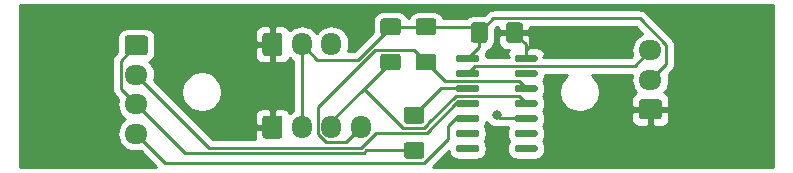
<source format=gbr>
%TF.GenerationSoftware,KiCad,Pcbnew,(5.1.6)-1*%
%TF.CreationDate,2020-08-23T19:38:50+02:00*%
%TF.ProjectId,opto-counter,6f70746f-2d63-46f7-956e-7465722e6b69,rev?*%
%TF.SameCoordinates,Original*%
%TF.FileFunction,Copper,L1,Top*%
%TF.FilePolarity,Positive*%
%FSLAX46Y46*%
G04 Gerber Fmt 4.6, Leading zero omitted, Abs format (unit mm)*
G04 Created by KiCad (PCBNEW (5.1.6)-1) date 2020-08-23 19:38:50*
%MOMM*%
%LPD*%
G01*
G04 APERTURE LIST*
%TA.AperFunction,ComponentPad*%
%ADD10O,1.950000X1.700000*%
%TD*%
%TA.AperFunction,ComponentPad*%
%ADD11O,1.700000X1.950000*%
%TD*%
%TA.AperFunction,ViaPad*%
%ADD12C,0.800000*%
%TD*%
%TA.AperFunction,Conductor*%
%ADD13C,0.250000*%
%TD*%
%TA.AperFunction,Conductor*%
%ADD14C,0.254000*%
%TD*%
G04 APERTURE END LIST*
%TO.P,C1,1*%
%TO.N,+3V3*%
%TA.AperFunction,SMDPad,CuDef*%
G36*
G01*
X77800000Y-29625000D02*
X77800000Y-28375000D01*
G75*
G02*
X78050000Y-28125000I250000J0D01*
G01*
X78975000Y-28125000D01*
G75*
G02*
X79225000Y-28375000I0J-250000D01*
G01*
X79225000Y-29625000D01*
G75*
G02*
X78975000Y-29875000I-250000J0D01*
G01*
X78050000Y-29875000D01*
G75*
G02*
X77800000Y-29625000I0J250000D01*
G01*
G37*
%TD.AperFunction*%
%TO.P,C1,2*%
%TO.N,GND*%
%TA.AperFunction,SMDPad,CuDef*%
G36*
G01*
X80775000Y-29625000D02*
X80775000Y-28375000D01*
G75*
G02*
X81025000Y-28125000I250000J0D01*
G01*
X81950000Y-28125000D01*
G75*
G02*
X82200000Y-28375000I0J-250000D01*
G01*
X82200000Y-29625000D01*
G75*
G02*
X81950000Y-29875000I-250000J0D01*
G01*
X81025000Y-29875000D01*
G75*
G02*
X80775000Y-29625000I0J250000D01*
G01*
G37*
%TD.AperFunction*%
%TD*%
%TO.P,J1,1*%
%TO.N,Net-(J1-Pad1)*%
%TA.AperFunction,ComponentPad*%
G36*
G01*
X48750001Y-29225001D02*
X50200001Y-29225001D01*
G75*
G02*
X50450001Y-29475001I0J-250000D01*
G01*
X50450001Y-30675001D01*
G75*
G02*
X50200001Y-30925001I-250000J0D01*
G01*
X48750001Y-30925001D01*
G75*
G02*
X48500001Y-30675001I0J250000D01*
G01*
X48500001Y-29475001D01*
G75*
G02*
X48750001Y-29225001I250000J0D01*
G01*
G37*
%TD.AperFunction*%
D10*
%TO.P,J1,2*%
%TO.N,Net-(J1-Pad2)*%
X49475001Y-32575001D03*
%TO.P,J1,3*%
%TO.N,Net-(J1-Pad1)*%
X49475001Y-35075001D03*
%TO.P,J1,4*%
%TO.N,Net-(J1-Pad4)*%
X49475001Y-37575001D03*
%TD*%
%TO.P,J2,1*%
%TO.N,GND*%
%TA.AperFunction,ComponentPad*%
G36*
G01*
X60150000Y-37725000D02*
X60150000Y-36275000D01*
G75*
G02*
X60400000Y-36025000I250000J0D01*
G01*
X61600000Y-36025000D01*
G75*
G02*
X61850000Y-36275000I0J-250000D01*
G01*
X61850000Y-37725000D01*
G75*
G02*
X61600000Y-37975000I-250000J0D01*
G01*
X60400000Y-37975000D01*
G75*
G02*
X60150000Y-37725000I0J250000D01*
G01*
G37*
%TD.AperFunction*%
D11*
%TO.P,J2,2*%
%TO.N,+3V3*%
X63500000Y-37000000D03*
%TO.P,J2,3*%
%TO.N,SDA*%
X66000000Y-37000000D03*
%TO.P,J2,4*%
%TO.N,SCL*%
X68500000Y-37000000D03*
%TD*%
%TO.P,J3,1*%
%TO.N,GND*%
%TA.AperFunction,ComponentPad*%
G36*
G01*
X60150000Y-30725000D02*
X60150000Y-29275000D01*
G75*
G02*
X60400000Y-29025000I250000J0D01*
G01*
X61600000Y-29025000D01*
G75*
G02*
X61850000Y-29275000I0J-250000D01*
G01*
X61850000Y-30725000D01*
G75*
G02*
X61600000Y-30975000I-250000J0D01*
G01*
X60400000Y-30975000D01*
G75*
G02*
X60150000Y-30725000I0J250000D01*
G01*
G37*
%TD.AperFunction*%
%TO.P,J3,2*%
%TO.N,+3V3*%
X63500000Y-30000000D03*
%TO.P,J3,3*%
%TO.N,UPDI*%
X66000000Y-30000000D03*
%TD*%
%TO.P,J4,1*%
%TO.N,GND*%
%TA.AperFunction,ComponentPad*%
G36*
G01*
X93725000Y-36350000D02*
X92275000Y-36350000D01*
G75*
G02*
X92025000Y-36100000I0J250000D01*
G01*
X92025000Y-34900000D01*
G75*
G02*
X92275000Y-34650000I250000J0D01*
G01*
X93725000Y-34650000D01*
G75*
G02*
X93975000Y-34900000I0J-250000D01*
G01*
X93975000Y-36100000D01*
G75*
G02*
X93725000Y-36350000I-250000J0D01*
G01*
G37*
%TD.AperFunction*%
D10*
%TO.P,J4,2*%
%TO.N,+3V3*%
X93000000Y-33000000D03*
%TO.P,J4,3*%
%TO.N,Net-(J4-Pad3)*%
X93000000Y-30500000D03*
%TD*%
%TO.P,R1,1*%
%TO.N,+3V3*%
%TA.AperFunction,SMDPad,CuDef*%
G36*
G01*
X70375000Y-27800000D02*
X71625000Y-27800000D01*
G75*
G02*
X71875000Y-28050000I0J-250000D01*
G01*
X71875000Y-28975000D01*
G75*
G02*
X71625000Y-29225000I-250000J0D01*
G01*
X70375000Y-29225000D01*
G75*
G02*
X70125000Y-28975000I0J250000D01*
G01*
X70125000Y-28050000D01*
G75*
G02*
X70375000Y-27800000I250000J0D01*
G01*
G37*
%TD.AperFunction*%
%TO.P,R1,2*%
%TO.N,SDA*%
%TA.AperFunction,SMDPad,CuDef*%
G36*
G01*
X70375000Y-30775000D02*
X71625000Y-30775000D01*
G75*
G02*
X71875000Y-31025000I0J-250000D01*
G01*
X71875000Y-31950000D01*
G75*
G02*
X71625000Y-32200000I-250000J0D01*
G01*
X70375000Y-32200000D01*
G75*
G02*
X70125000Y-31950000I0J250000D01*
G01*
X70125000Y-31025000D01*
G75*
G02*
X70375000Y-30775000I250000J0D01*
G01*
G37*
%TD.AperFunction*%
%TD*%
%TO.P,R2,1*%
%TO.N,Net-(J1-Pad1)*%
%TA.AperFunction,SMDPad,CuDef*%
G36*
G01*
X73625000Y-39687500D02*
X72375000Y-39687500D01*
G75*
G02*
X72125000Y-39437500I0J250000D01*
G01*
X72125000Y-38512500D01*
G75*
G02*
X72375000Y-38262500I250000J0D01*
G01*
X73625000Y-38262500D01*
G75*
G02*
X73875000Y-38512500I0J-250000D01*
G01*
X73875000Y-39437500D01*
G75*
G02*
X73625000Y-39687500I-250000J0D01*
G01*
G37*
%TD.AperFunction*%
%TO.P,R2,2*%
%TO.N,Net-(R2-Pad2)*%
%TA.AperFunction,SMDPad,CuDef*%
G36*
G01*
X73625000Y-36712500D02*
X72375000Y-36712500D01*
G75*
G02*
X72125000Y-36462500I0J250000D01*
G01*
X72125000Y-35537500D01*
G75*
G02*
X72375000Y-35287500I250000J0D01*
G01*
X73625000Y-35287500D01*
G75*
G02*
X73875000Y-35537500I0J-250000D01*
G01*
X73875000Y-36462500D01*
G75*
G02*
X73625000Y-36712500I-250000J0D01*
G01*
G37*
%TD.AperFunction*%
%TD*%
%TO.P,R3,2*%
%TO.N,SCL*%
%TA.AperFunction,SMDPad,CuDef*%
G36*
G01*
X73375000Y-30775000D02*
X74625000Y-30775000D01*
G75*
G02*
X74875000Y-31025000I0J-250000D01*
G01*
X74875000Y-31950000D01*
G75*
G02*
X74625000Y-32200000I-250000J0D01*
G01*
X73375000Y-32200000D01*
G75*
G02*
X73125000Y-31950000I0J250000D01*
G01*
X73125000Y-31025000D01*
G75*
G02*
X73375000Y-30775000I250000J0D01*
G01*
G37*
%TD.AperFunction*%
%TO.P,R3,1*%
%TO.N,+3V3*%
%TA.AperFunction,SMDPad,CuDef*%
G36*
G01*
X73375000Y-27800000D02*
X74625000Y-27800000D01*
G75*
G02*
X74875000Y-28050000I0J-250000D01*
G01*
X74875000Y-28975000D01*
G75*
G02*
X74625000Y-29225000I-250000J0D01*
G01*
X73375000Y-29225000D01*
G75*
G02*
X73125000Y-28975000I0J250000D01*
G01*
X73125000Y-28050000D01*
G75*
G02*
X73375000Y-27800000I250000J0D01*
G01*
G37*
%TD.AperFunction*%
%TD*%
%TO.P,U1,1*%
%TO.N,+3V3*%
%TA.AperFunction,SMDPad,CuDef*%
G36*
G01*
X76550000Y-31340000D02*
X76550000Y-31040000D01*
G75*
G02*
X76700000Y-30890000I150000J0D01*
G01*
X78350000Y-30890000D01*
G75*
G02*
X78500000Y-31040000I0J-150000D01*
G01*
X78500000Y-31340000D01*
G75*
G02*
X78350000Y-31490000I-150000J0D01*
G01*
X76700000Y-31490000D01*
G75*
G02*
X76550000Y-31340000I0J150000D01*
G01*
G37*
%TD.AperFunction*%
%TO.P,U1,2*%
%TO.N,Net-(J4-Pad3)*%
%TA.AperFunction,SMDPad,CuDef*%
G36*
G01*
X76550000Y-32610000D02*
X76550000Y-32310000D01*
G75*
G02*
X76700000Y-32160000I150000J0D01*
G01*
X78350000Y-32160000D01*
G75*
G02*
X78500000Y-32310000I0J-150000D01*
G01*
X78500000Y-32610000D01*
G75*
G02*
X78350000Y-32760000I-150000J0D01*
G01*
X76700000Y-32760000D01*
G75*
G02*
X76550000Y-32610000I0J150000D01*
G01*
G37*
%TD.AperFunction*%
%TO.P,U1,3*%
%TO.N,Net-(R2-Pad2)*%
%TA.AperFunction,SMDPad,CuDef*%
G36*
G01*
X76550000Y-33880000D02*
X76550000Y-33580000D01*
G75*
G02*
X76700000Y-33430000I150000J0D01*
G01*
X78350000Y-33430000D01*
G75*
G02*
X78500000Y-33580000I0J-150000D01*
G01*
X78500000Y-33880000D01*
G75*
G02*
X78350000Y-34030000I-150000J0D01*
G01*
X76700000Y-34030000D01*
G75*
G02*
X76550000Y-33880000I0J150000D01*
G01*
G37*
%TD.AperFunction*%
%TO.P,U1,4*%
%TO.N,Net-(J1-Pad2)*%
%TA.AperFunction,SMDPad,CuDef*%
G36*
G01*
X76550000Y-35150000D02*
X76550000Y-34850000D01*
G75*
G02*
X76700000Y-34700000I150000J0D01*
G01*
X78350000Y-34700000D01*
G75*
G02*
X78500000Y-34850000I0J-150000D01*
G01*
X78500000Y-35150000D01*
G75*
G02*
X78350000Y-35300000I-150000J0D01*
G01*
X76700000Y-35300000D01*
G75*
G02*
X76550000Y-35150000I0J150000D01*
G01*
G37*
%TD.AperFunction*%
%TO.P,U1,5*%
%TO.N,Net-(J1-Pad4)*%
%TA.AperFunction,SMDPad,CuDef*%
G36*
G01*
X76550000Y-36420000D02*
X76550000Y-36120000D01*
G75*
G02*
X76700000Y-35970000I150000J0D01*
G01*
X78350000Y-35970000D01*
G75*
G02*
X78500000Y-36120000I0J-150000D01*
G01*
X78500000Y-36420000D01*
G75*
G02*
X78350000Y-36570000I-150000J0D01*
G01*
X76700000Y-36570000D01*
G75*
G02*
X76550000Y-36420000I0J150000D01*
G01*
G37*
%TD.AperFunction*%
%TO.P,U1,6*%
%TO.N,N/C*%
%TA.AperFunction,SMDPad,CuDef*%
G36*
G01*
X76550000Y-37690000D02*
X76550000Y-37390000D01*
G75*
G02*
X76700000Y-37240000I150000J0D01*
G01*
X78350000Y-37240000D01*
G75*
G02*
X78500000Y-37390000I0J-150000D01*
G01*
X78500000Y-37690000D01*
G75*
G02*
X78350000Y-37840000I-150000J0D01*
G01*
X76700000Y-37840000D01*
G75*
G02*
X76550000Y-37690000I0J150000D01*
G01*
G37*
%TD.AperFunction*%
%TO.P,U1,7*%
%TA.AperFunction,SMDPad,CuDef*%
G36*
G01*
X76550000Y-38960000D02*
X76550000Y-38660000D01*
G75*
G02*
X76700000Y-38510000I150000J0D01*
G01*
X78350000Y-38510000D01*
G75*
G02*
X78500000Y-38660000I0J-150000D01*
G01*
X78500000Y-38960000D01*
G75*
G02*
X78350000Y-39110000I-150000J0D01*
G01*
X76700000Y-39110000D01*
G75*
G02*
X76550000Y-38960000I0J150000D01*
G01*
G37*
%TD.AperFunction*%
%TO.P,U1,8*%
%TA.AperFunction,SMDPad,CuDef*%
G36*
G01*
X81500000Y-38960000D02*
X81500000Y-38660000D01*
G75*
G02*
X81650000Y-38510000I150000J0D01*
G01*
X83300000Y-38510000D01*
G75*
G02*
X83450000Y-38660000I0J-150000D01*
G01*
X83450000Y-38960000D01*
G75*
G02*
X83300000Y-39110000I-150000J0D01*
G01*
X81650000Y-39110000D01*
G75*
G02*
X81500000Y-38960000I0J150000D01*
G01*
G37*
%TD.AperFunction*%
%TO.P,U1,9*%
%TA.AperFunction,SMDPad,CuDef*%
G36*
G01*
X81500000Y-37690000D02*
X81500000Y-37390000D01*
G75*
G02*
X81650000Y-37240000I150000J0D01*
G01*
X83300000Y-37240000D01*
G75*
G02*
X83450000Y-37390000I0J-150000D01*
G01*
X83450000Y-37690000D01*
G75*
G02*
X83300000Y-37840000I-150000J0D01*
G01*
X81650000Y-37840000D01*
G75*
G02*
X81500000Y-37690000I0J150000D01*
G01*
G37*
%TD.AperFunction*%
%TO.P,U1,10*%
%TO.N,UPDI*%
%TA.AperFunction,SMDPad,CuDef*%
G36*
G01*
X81500000Y-36420000D02*
X81500000Y-36120000D01*
G75*
G02*
X81650000Y-35970000I150000J0D01*
G01*
X83300000Y-35970000D01*
G75*
G02*
X83450000Y-36120000I0J-150000D01*
G01*
X83450000Y-36420000D01*
G75*
G02*
X83300000Y-36570000I-150000J0D01*
G01*
X81650000Y-36570000D01*
G75*
G02*
X81500000Y-36420000I0J150000D01*
G01*
G37*
%TD.AperFunction*%
%TO.P,U1,11*%
%TO.N,SDA*%
%TA.AperFunction,SMDPad,CuDef*%
G36*
G01*
X81500000Y-35150000D02*
X81500000Y-34850000D01*
G75*
G02*
X81650000Y-34700000I150000J0D01*
G01*
X83300000Y-34700000D01*
G75*
G02*
X83450000Y-34850000I0J-150000D01*
G01*
X83450000Y-35150000D01*
G75*
G02*
X83300000Y-35300000I-150000J0D01*
G01*
X81650000Y-35300000D01*
G75*
G02*
X81500000Y-35150000I0J150000D01*
G01*
G37*
%TD.AperFunction*%
%TO.P,U1,12*%
%TO.N,SCL*%
%TA.AperFunction,SMDPad,CuDef*%
G36*
G01*
X81500000Y-33880000D02*
X81500000Y-33580000D01*
G75*
G02*
X81650000Y-33430000I150000J0D01*
G01*
X83300000Y-33430000D01*
G75*
G02*
X83450000Y-33580000I0J-150000D01*
G01*
X83450000Y-33880000D01*
G75*
G02*
X83300000Y-34030000I-150000J0D01*
G01*
X81650000Y-34030000D01*
G75*
G02*
X81500000Y-33880000I0J150000D01*
G01*
G37*
%TD.AperFunction*%
%TO.P,U1,13*%
%TO.N,N/C*%
%TA.AperFunction,SMDPad,CuDef*%
G36*
G01*
X81500000Y-32610000D02*
X81500000Y-32310000D01*
G75*
G02*
X81650000Y-32160000I150000J0D01*
G01*
X83300000Y-32160000D01*
G75*
G02*
X83450000Y-32310000I0J-150000D01*
G01*
X83450000Y-32610000D01*
G75*
G02*
X83300000Y-32760000I-150000J0D01*
G01*
X81650000Y-32760000D01*
G75*
G02*
X81500000Y-32610000I0J150000D01*
G01*
G37*
%TD.AperFunction*%
%TO.P,U1,14*%
%TO.N,GND*%
%TA.AperFunction,SMDPad,CuDef*%
G36*
G01*
X81500000Y-31340000D02*
X81500000Y-31040000D01*
G75*
G02*
X81650000Y-30890000I150000J0D01*
G01*
X83300000Y-30890000D01*
G75*
G02*
X83450000Y-31040000I0J-150000D01*
G01*
X83450000Y-31340000D01*
G75*
G02*
X83300000Y-31490000I-150000J0D01*
G01*
X81650000Y-31490000D01*
G75*
G02*
X81500000Y-31340000I0J150000D01*
G01*
G37*
%TD.AperFunction*%
%TD*%
D12*
%TO.N,GND*%
X81500000Y-29000000D03*
%TO.N,UPDI*%
X80000000Y-36000000D03*
%TD*%
D13*
%TO.N,+3V3*%
X71000000Y-28512500D02*
X74000000Y-28512500D01*
X78025000Y-28512500D02*
X78512500Y-29000000D01*
X74000000Y-28512500D02*
X78025000Y-28512500D01*
X78512500Y-30202500D02*
X77525000Y-31190000D01*
X78512500Y-29000000D02*
X78512500Y-30202500D01*
X64800010Y-31300010D02*
X68212490Y-31300010D01*
X68212490Y-31300010D02*
X71000000Y-28512500D01*
X63500000Y-30000000D02*
X64800010Y-31300010D01*
X63500000Y-37000000D02*
X63500000Y-30000000D01*
X92086705Y-27799990D02*
X79712510Y-27799990D01*
X94300010Y-30013295D02*
X92086705Y-27799990D01*
X94300010Y-31699990D02*
X94300010Y-30013295D01*
X79712510Y-27799990D02*
X78512500Y-29000000D01*
X93000000Y-33000000D02*
X94300010Y-31699990D01*
%TO.N,GND*%
X81487500Y-29000000D02*
X81500000Y-29000000D01*
X82475000Y-29987500D02*
X81487500Y-29000000D01*
X82475000Y-31190000D02*
X82475000Y-29987500D01*
%TO.N,Net-(J1-Pad1)*%
X48174991Y-31375011D02*
X49475001Y-30075001D01*
X48174991Y-33774991D02*
X48174991Y-31375011D01*
X49475001Y-35075001D02*
X48174991Y-33774991D01*
X53600029Y-39200029D02*
X49475001Y-35075001D01*
X68723096Y-39200029D02*
X53600029Y-39200029D01*
X68948125Y-38975000D02*
X68723096Y-39200029D01*
X73000000Y-38975000D02*
X68948125Y-38975000D01*
%TO.N,Net-(J1-Pad2)*%
X55650019Y-38750019D02*
X49475001Y-32575001D01*
X69799195Y-37487520D02*
X68536696Y-38750019D01*
X74049580Y-37487520D02*
X69799195Y-37487520D01*
X68536696Y-38750019D02*
X55650019Y-38750019D01*
X76537100Y-35000000D02*
X74049580Y-37487520D01*
X77525000Y-35000000D02*
X76537100Y-35000000D01*
%TO.N,Net-(J1-Pad4)*%
X73863180Y-40012510D02*
X51912510Y-40012510D01*
X75903510Y-37972180D02*
X73863180Y-40012510D01*
X75903510Y-36916490D02*
X75903510Y-37972180D01*
X76550000Y-36270000D02*
X75903510Y-36916490D01*
X51912510Y-40012510D02*
X49475001Y-37575001D01*
X77525000Y-36270000D02*
X76550000Y-36270000D01*
%TO.N,SDA*%
X66000000Y-37000000D02*
X66000000Y-36487500D01*
X72037510Y-37037510D02*
X68743750Y-33743750D01*
X73863180Y-37037510D02*
X72037510Y-37037510D01*
X76503242Y-34374990D02*
X74200010Y-36678222D01*
X81849990Y-34374990D02*
X76503242Y-34374990D01*
X74200010Y-36700680D02*
X73863180Y-37037510D01*
X82475000Y-35000000D02*
X81849990Y-34374990D01*
X74200010Y-36678222D02*
X74200010Y-36700680D01*
X68743750Y-33743750D02*
X71000000Y-31487500D01*
X66000000Y-36487500D02*
X68743750Y-33743750D01*
%TO.N,SCL*%
X75617490Y-33104990D02*
X74000000Y-31487500D01*
X81849990Y-33104990D02*
X75617490Y-33104990D01*
X82475000Y-33730000D02*
X81849990Y-33104990D01*
X67199990Y-38300010D02*
X68500000Y-37000000D01*
X65513295Y-38300010D02*
X67199990Y-38300010D01*
X69698920Y-30449990D02*
X64824990Y-35323920D01*
X64824990Y-37611705D02*
X65513295Y-38300010D01*
X72962490Y-30449990D02*
X69698920Y-30449990D01*
X64824990Y-35323920D02*
X64824990Y-37611705D01*
X74000000Y-31487500D02*
X72962490Y-30449990D01*
%TO.N,UPDI*%
X82475000Y-36270000D02*
X80270000Y-36270000D01*
X80270000Y-36270000D02*
X80000000Y-36000000D01*
%TO.N,Net-(J4-Pad3)*%
X91665010Y-31834990D02*
X93000000Y-30500000D01*
X78150010Y-31834990D02*
X91665010Y-31834990D01*
X77525000Y-32460000D02*
X78150010Y-31834990D01*
%TO.N,Net-(R2-Pad2)*%
X75270000Y-33730000D02*
X77525000Y-33730000D01*
X73000000Y-36000000D02*
X75270000Y-33730000D01*
%TD*%
D14*
%TO.N,GND*%
G36*
X103340000Y-40340000D02*
G01*
X74610491Y-40340000D01*
X75918972Y-39031519D01*
X75927071Y-39113745D01*
X75971916Y-39261582D01*
X76044742Y-39397829D01*
X76142749Y-39517251D01*
X76262171Y-39615258D01*
X76398418Y-39688084D01*
X76546255Y-39732929D01*
X76700000Y-39748072D01*
X78350000Y-39748072D01*
X78503745Y-39732929D01*
X78651582Y-39688084D01*
X78787829Y-39615258D01*
X78907251Y-39517251D01*
X79005258Y-39397829D01*
X79078084Y-39261582D01*
X79122929Y-39113745D01*
X79138072Y-38960000D01*
X79138072Y-38660000D01*
X79122929Y-38506255D01*
X79078084Y-38358418D01*
X79005258Y-38222171D01*
X78966546Y-38175000D01*
X79005258Y-38127829D01*
X79078084Y-37991582D01*
X79122929Y-37843745D01*
X79138072Y-37690000D01*
X79138072Y-37390000D01*
X79122929Y-37236255D01*
X79078084Y-37088418D01*
X79005258Y-36952171D01*
X78966546Y-36905000D01*
X79005258Y-36857829D01*
X79078084Y-36721582D01*
X79122929Y-36573745D01*
X79124940Y-36553330D01*
X79196063Y-36659774D01*
X79340226Y-36803937D01*
X79509744Y-36917205D01*
X79698102Y-36995226D01*
X79898061Y-37035000D01*
X80101939Y-37035000D01*
X80162045Y-37023044D01*
X80232667Y-37030000D01*
X80232675Y-37030000D01*
X80270000Y-37033676D01*
X80307325Y-37030000D01*
X80953141Y-37030000D01*
X80921916Y-37088418D01*
X80877071Y-37236255D01*
X80861928Y-37390000D01*
X80861928Y-37690000D01*
X80877071Y-37843745D01*
X80921916Y-37991582D01*
X80994742Y-38127829D01*
X81033454Y-38175000D01*
X80994742Y-38222171D01*
X80921916Y-38358418D01*
X80877071Y-38506255D01*
X80861928Y-38660000D01*
X80861928Y-38960000D01*
X80877071Y-39113745D01*
X80921916Y-39261582D01*
X80994742Y-39397829D01*
X81092749Y-39517251D01*
X81212171Y-39615258D01*
X81348418Y-39688084D01*
X81496255Y-39732929D01*
X81650000Y-39748072D01*
X83300000Y-39748072D01*
X83453745Y-39732929D01*
X83601582Y-39688084D01*
X83737829Y-39615258D01*
X83857251Y-39517251D01*
X83955258Y-39397829D01*
X84028084Y-39261582D01*
X84072929Y-39113745D01*
X84088072Y-38960000D01*
X84088072Y-38660000D01*
X84072929Y-38506255D01*
X84028084Y-38358418D01*
X83955258Y-38222171D01*
X83916546Y-38175000D01*
X83955258Y-38127829D01*
X84028084Y-37991582D01*
X84072929Y-37843745D01*
X84088072Y-37690000D01*
X84088072Y-37390000D01*
X84072929Y-37236255D01*
X84028084Y-37088418D01*
X83955258Y-36952171D01*
X83916546Y-36905000D01*
X83955258Y-36857829D01*
X84028084Y-36721582D01*
X84072929Y-36573745D01*
X84088072Y-36420000D01*
X84088072Y-36350000D01*
X91386928Y-36350000D01*
X91399188Y-36474482D01*
X91435498Y-36594180D01*
X91494463Y-36704494D01*
X91573815Y-36801185D01*
X91670506Y-36880537D01*
X91780820Y-36939502D01*
X91900518Y-36975812D01*
X92025000Y-36988072D01*
X92714250Y-36985000D01*
X92873000Y-36826250D01*
X92873000Y-35627000D01*
X93127000Y-35627000D01*
X93127000Y-36826250D01*
X93285750Y-36985000D01*
X93975000Y-36988072D01*
X94099482Y-36975812D01*
X94219180Y-36939502D01*
X94329494Y-36880537D01*
X94426185Y-36801185D01*
X94505537Y-36704494D01*
X94564502Y-36594180D01*
X94600812Y-36474482D01*
X94613072Y-36350000D01*
X94610000Y-35785750D01*
X94451250Y-35627000D01*
X93127000Y-35627000D01*
X92873000Y-35627000D01*
X91548750Y-35627000D01*
X91390000Y-35785750D01*
X91386928Y-36350000D01*
X84088072Y-36350000D01*
X84088072Y-36120000D01*
X84072929Y-35966255D01*
X84028084Y-35818418D01*
X83955258Y-35682171D01*
X83916546Y-35635000D01*
X83955258Y-35587829D01*
X84028084Y-35451582D01*
X84072929Y-35303745D01*
X84088072Y-35150000D01*
X84088072Y-34850000D01*
X84072929Y-34696255D01*
X84028084Y-34548418D01*
X83955258Y-34412171D01*
X83916546Y-34365000D01*
X83955258Y-34317829D01*
X84028084Y-34181582D01*
X84072929Y-34033745D01*
X84088072Y-33880000D01*
X84088072Y-33580000D01*
X84072929Y-33426255D01*
X84028084Y-33278418D01*
X83955258Y-33142171D01*
X83916546Y-33095000D01*
X83955258Y-33047829D01*
X84028084Y-32911582D01*
X84072929Y-32763745D01*
X84088072Y-32610000D01*
X84088072Y-32594990D01*
X85979828Y-32594990D01*
X85894002Y-32652337D01*
X85652337Y-32894002D01*
X85462463Y-33178169D01*
X85331675Y-33493919D01*
X85265000Y-33829117D01*
X85265000Y-34170883D01*
X85331675Y-34506081D01*
X85462463Y-34821831D01*
X85652337Y-35105998D01*
X85894002Y-35347663D01*
X86178169Y-35537537D01*
X86493919Y-35668325D01*
X86829117Y-35735000D01*
X87170883Y-35735000D01*
X87506081Y-35668325D01*
X87821831Y-35537537D01*
X88105998Y-35347663D01*
X88347663Y-35105998D01*
X88537537Y-34821831D01*
X88668325Y-34506081D01*
X88735000Y-34170883D01*
X88735000Y-33829117D01*
X88668325Y-33493919D01*
X88537537Y-33178169D01*
X88347663Y-32894002D01*
X88105998Y-32652337D01*
X88020172Y-32594990D01*
X91446038Y-32594990D01*
X91411487Y-32708889D01*
X91382815Y-33000000D01*
X91411487Y-33291111D01*
X91496401Y-33571034D01*
X91634294Y-33829014D01*
X91815608Y-34049945D01*
X91780820Y-34060498D01*
X91670506Y-34119463D01*
X91573815Y-34198815D01*
X91494463Y-34295506D01*
X91435498Y-34405820D01*
X91399188Y-34525518D01*
X91386928Y-34650000D01*
X91390000Y-35214250D01*
X91548750Y-35373000D01*
X92873000Y-35373000D01*
X92873000Y-35353000D01*
X93127000Y-35353000D01*
X93127000Y-35373000D01*
X94451250Y-35373000D01*
X94610000Y-35214250D01*
X94613072Y-34650000D01*
X94600812Y-34525518D01*
X94564502Y-34405820D01*
X94505537Y-34295506D01*
X94426185Y-34198815D01*
X94329494Y-34119463D01*
X94219180Y-34060498D01*
X94184392Y-34049945D01*
X94365706Y-33829014D01*
X94503599Y-33571034D01*
X94588513Y-33291111D01*
X94617185Y-33000000D01*
X94588513Y-32708889D01*
X94536704Y-32538098D01*
X94811014Y-32263788D01*
X94840011Y-32239991D01*
X94934984Y-32124266D01*
X95005556Y-31992237D01*
X95049013Y-31848976D01*
X95060010Y-31737323D01*
X95060010Y-31737315D01*
X95063686Y-31699990D01*
X95060010Y-31662665D01*
X95060010Y-30050618D01*
X95063686Y-30013295D01*
X95060010Y-29975972D01*
X95060010Y-29975962D01*
X95049013Y-29864309D01*
X95005556Y-29721048D01*
X94978797Y-29670986D01*
X94934984Y-29589018D01*
X94863809Y-29502292D01*
X94840011Y-29473294D01*
X94811013Y-29449496D01*
X92650509Y-27288993D01*
X92626706Y-27259989D01*
X92510981Y-27165016D01*
X92378952Y-27094444D01*
X92235691Y-27050987D01*
X92124038Y-27039990D01*
X92124027Y-27039990D01*
X92086705Y-27036314D01*
X92049383Y-27039990D01*
X79749832Y-27039990D01*
X79712509Y-27036314D01*
X79675186Y-27039990D01*
X79675177Y-27039990D01*
X79563524Y-27050987D01*
X79420263Y-27094444D01*
X79288234Y-27165016D01*
X79288232Y-27165017D01*
X79288233Y-27165017D01*
X79201506Y-27236191D01*
X79201502Y-27236195D01*
X79172509Y-27259989D01*
X79148715Y-27288982D01*
X78950769Y-27486928D01*
X78050000Y-27486928D01*
X77876746Y-27503992D01*
X77710150Y-27554528D01*
X77556614Y-27636595D01*
X77422038Y-27747038D01*
X77417555Y-27752500D01*
X75458319Y-27752500D01*
X75445472Y-27710150D01*
X75363405Y-27556614D01*
X75252962Y-27422038D01*
X75118386Y-27311595D01*
X74964850Y-27229528D01*
X74798254Y-27178992D01*
X74625000Y-27161928D01*
X73375000Y-27161928D01*
X73201746Y-27178992D01*
X73035150Y-27229528D01*
X72881614Y-27311595D01*
X72747038Y-27422038D01*
X72636595Y-27556614D01*
X72554528Y-27710150D01*
X72541681Y-27752500D01*
X72458319Y-27752500D01*
X72445472Y-27710150D01*
X72363405Y-27556614D01*
X72252962Y-27422038D01*
X72118386Y-27311595D01*
X71964850Y-27229528D01*
X71798254Y-27178992D01*
X71625000Y-27161928D01*
X70375000Y-27161928D01*
X70201746Y-27178992D01*
X70035150Y-27229528D01*
X69881614Y-27311595D01*
X69747038Y-27422038D01*
X69636595Y-27556614D01*
X69554528Y-27710150D01*
X69503992Y-27876746D01*
X69486928Y-28050000D01*
X69486928Y-28950770D01*
X67897689Y-30540010D01*
X67425928Y-30540010D01*
X67463513Y-30416110D01*
X67485000Y-30197949D01*
X67485000Y-29802050D01*
X67463513Y-29583889D01*
X67378599Y-29303966D01*
X67240706Y-29045986D01*
X67055134Y-28819866D01*
X66829013Y-28634294D01*
X66571033Y-28496401D01*
X66291110Y-28411487D01*
X66000000Y-28382815D01*
X65708889Y-28411487D01*
X65428966Y-28496401D01*
X65170986Y-28634294D01*
X64944866Y-28819866D01*
X64759294Y-29045987D01*
X64750000Y-29063374D01*
X64740706Y-29045986D01*
X64555134Y-28819866D01*
X64329013Y-28634294D01*
X64071033Y-28496401D01*
X63791110Y-28411487D01*
X63500000Y-28382815D01*
X63208889Y-28411487D01*
X62928966Y-28496401D01*
X62670986Y-28634294D01*
X62450055Y-28815608D01*
X62439502Y-28780820D01*
X62380537Y-28670506D01*
X62301185Y-28573815D01*
X62204494Y-28494463D01*
X62094180Y-28435498D01*
X61974482Y-28399188D01*
X61850000Y-28386928D01*
X61285750Y-28390000D01*
X61127000Y-28548750D01*
X61127000Y-29873000D01*
X61147000Y-29873000D01*
X61147000Y-30127000D01*
X61127000Y-30127000D01*
X61127000Y-31451250D01*
X61285750Y-31610000D01*
X61850000Y-31613072D01*
X61974482Y-31600812D01*
X62094180Y-31564502D01*
X62204494Y-31505537D01*
X62301185Y-31426185D01*
X62380537Y-31329494D01*
X62439502Y-31219180D01*
X62450055Y-31184392D01*
X62670987Y-31365706D01*
X62740001Y-31402595D01*
X62740000Y-35597405D01*
X62670986Y-35634294D01*
X62450055Y-35815608D01*
X62439502Y-35780820D01*
X62380537Y-35670506D01*
X62301185Y-35573815D01*
X62204494Y-35494463D01*
X62094180Y-35435498D01*
X61974482Y-35399188D01*
X61850000Y-35386928D01*
X61285750Y-35390000D01*
X61127000Y-35548750D01*
X61127000Y-36873000D01*
X61147000Y-36873000D01*
X61147000Y-37127000D01*
X61127000Y-37127000D01*
X61127000Y-37147000D01*
X60873000Y-37147000D01*
X60873000Y-37127000D01*
X59673750Y-37127000D01*
X59515000Y-37285750D01*
X59511928Y-37975000D01*
X59513407Y-37990019D01*
X55964821Y-37990019D01*
X53999802Y-36025000D01*
X59511928Y-36025000D01*
X59515000Y-36714250D01*
X59673750Y-36873000D01*
X60873000Y-36873000D01*
X60873000Y-35548750D01*
X60714250Y-35390000D01*
X60150000Y-35386928D01*
X60025518Y-35399188D01*
X59905820Y-35435498D01*
X59795506Y-35494463D01*
X59698815Y-35573815D01*
X59619463Y-35670506D01*
X59560498Y-35780820D01*
X59524188Y-35900518D01*
X59511928Y-36025000D01*
X53999802Y-36025000D01*
X51803919Y-33829117D01*
X53265000Y-33829117D01*
X53265000Y-34170883D01*
X53331675Y-34506081D01*
X53462463Y-34821831D01*
X53652337Y-35105998D01*
X53894002Y-35347663D01*
X54178169Y-35537537D01*
X54493919Y-35668325D01*
X54829117Y-35735000D01*
X55170883Y-35735000D01*
X55506081Y-35668325D01*
X55821831Y-35537537D01*
X56105998Y-35347663D01*
X56347663Y-35105998D01*
X56537537Y-34821831D01*
X56668325Y-34506081D01*
X56735000Y-34170883D01*
X56735000Y-33829117D01*
X56668325Y-33493919D01*
X56537537Y-33178169D01*
X56347663Y-32894002D01*
X56105998Y-32652337D01*
X55821831Y-32462463D01*
X55506081Y-32331675D01*
X55170883Y-32265000D01*
X54829117Y-32265000D01*
X54493919Y-32331675D01*
X54178169Y-32462463D01*
X53894002Y-32652337D01*
X53652337Y-32894002D01*
X53462463Y-33178169D01*
X53331675Y-33493919D01*
X53265000Y-33829117D01*
X51803919Y-33829117D01*
X51011705Y-33036904D01*
X51063514Y-32866112D01*
X51092186Y-32575001D01*
X51063514Y-32283890D01*
X50978600Y-32003967D01*
X50840707Y-31745987D01*
X50655135Y-31519867D01*
X50591664Y-31467778D01*
X50693387Y-31413406D01*
X50827963Y-31302963D01*
X50938406Y-31168387D01*
X51020473Y-31014851D01*
X51032561Y-30975000D01*
X59511928Y-30975000D01*
X59524188Y-31099482D01*
X59560498Y-31219180D01*
X59619463Y-31329494D01*
X59698815Y-31426185D01*
X59795506Y-31505537D01*
X59905820Y-31564502D01*
X60025518Y-31600812D01*
X60150000Y-31613072D01*
X60714250Y-31610000D01*
X60873000Y-31451250D01*
X60873000Y-30127000D01*
X59673750Y-30127000D01*
X59515000Y-30285750D01*
X59511928Y-30975000D01*
X51032561Y-30975000D01*
X51071009Y-30848255D01*
X51088073Y-30675001D01*
X51088073Y-29475001D01*
X51071009Y-29301747D01*
X51020473Y-29135151D01*
X50961596Y-29025000D01*
X59511928Y-29025000D01*
X59515000Y-29714250D01*
X59673750Y-29873000D01*
X60873000Y-29873000D01*
X60873000Y-28548750D01*
X60714250Y-28390000D01*
X60150000Y-28386928D01*
X60025518Y-28399188D01*
X59905820Y-28435498D01*
X59795506Y-28494463D01*
X59698815Y-28573815D01*
X59619463Y-28670506D01*
X59560498Y-28780820D01*
X59524188Y-28900518D01*
X59511928Y-29025000D01*
X50961596Y-29025000D01*
X50938406Y-28981615D01*
X50827963Y-28847039D01*
X50693387Y-28736596D01*
X50539851Y-28654529D01*
X50373255Y-28603993D01*
X50200001Y-28586929D01*
X48750001Y-28586929D01*
X48576747Y-28603993D01*
X48410151Y-28654529D01*
X48256615Y-28736596D01*
X48122039Y-28847039D01*
X48011596Y-28981615D01*
X47929529Y-29135151D01*
X47878993Y-29301747D01*
X47861929Y-29475001D01*
X47861929Y-30613272D01*
X47663989Y-30811212D01*
X47634991Y-30835010D01*
X47611193Y-30864008D01*
X47611192Y-30864009D01*
X47540017Y-30950735D01*
X47469445Y-31082765D01*
X47447371Y-31155536D01*
X47425989Y-31226025D01*
X47421095Y-31275714D01*
X47411315Y-31375011D01*
X47414992Y-31412343D01*
X47414991Y-33737668D01*
X47411315Y-33774991D01*
X47414991Y-33812313D01*
X47414991Y-33812323D01*
X47425988Y-33923976D01*
X47459969Y-34035997D01*
X47469445Y-34067237D01*
X47540017Y-34199267D01*
X47574269Y-34241003D01*
X47634990Y-34314992D01*
X47663994Y-34338795D01*
X47938297Y-34613098D01*
X47886488Y-34783890D01*
X47857816Y-35075001D01*
X47886488Y-35366112D01*
X47971402Y-35646035D01*
X48109295Y-35904015D01*
X48294867Y-36130135D01*
X48520987Y-36315707D01*
X48538375Y-36325001D01*
X48520987Y-36334295D01*
X48294867Y-36519867D01*
X48109295Y-36745987D01*
X47971402Y-37003967D01*
X47886488Y-37283890D01*
X47857816Y-37575001D01*
X47886488Y-37866112D01*
X47971402Y-38146035D01*
X48109295Y-38404015D01*
X48294867Y-38630135D01*
X48520987Y-38815707D01*
X48778967Y-38953600D01*
X49058890Y-39038514D01*
X49277051Y-39060001D01*
X49672951Y-39060001D01*
X49866169Y-39040971D01*
X51165198Y-40340000D01*
X39660000Y-40340000D01*
X39660000Y-26660000D01*
X103340001Y-26660000D01*
X103340000Y-40340000D01*
G37*
X103340000Y-40340000D02*
X74610491Y-40340000D01*
X75918972Y-39031519D01*
X75927071Y-39113745D01*
X75971916Y-39261582D01*
X76044742Y-39397829D01*
X76142749Y-39517251D01*
X76262171Y-39615258D01*
X76398418Y-39688084D01*
X76546255Y-39732929D01*
X76700000Y-39748072D01*
X78350000Y-39748072D01*
X78503745Y-39732929D01*
X78651582Y-39688084D01*
X78787829Y-39615258D01*
X78907251Y-39517251D01*
X79005258Y-39397829D01*
X79078084Y-39261582D01*
X79122929Y-39113745D01*
X79138072Y-38960000D01*
X79138072Y-38660000D01*
X79122929Y-38506255D01*
X79078084Y-38358418D01*
X79005258Y-38222171D01*
X78966546Y-38175000D01*
X79005258Y-38127829D01*
X79078084Y-37991582D01*
X79122929Y-37843745D01*
X79138072Y-37690000D01*
X79138072Y-37390000D01*
X79122929Y-37236255D01*
X79078084Y-37088418D01*
X79005258Y-36952171D01*
X78966546Y-36905000D01*
X79005258Y-36857829D01*
X79078084Y-36721582D01*
X79122929Y-36573745D01*
X79124940Y-36553330D01*
X79196063Y-36659774D01*
X79340226Y-36803937D01*
X79509744Y-36917205D01*
X79698102Y-36995226D01*
X79898061Y-37035000D01*
X80101939Y-37035000D01*
X80162045Y-37023044D01*
X80232667Y-37030000D01*
X80232675Y-37030000D01*
X80270000Y-37033676D01*
X80307325Y-37030000D01*
X80953141Y-37030000D01*
X80921916Y-37088418D01*
X80877071Y-37236255D01*
X80861928Y-37390000D01*
X80861928Y-37690000D01*
X80877071Y-37843745D01*
X80921916Y-37991582D01*
X80994742Y-38127829D01*
X81033454Y-38175000D01*
X80994742Y-38222171D01*
X80921916Y-38358418D01*
X80877071Y-38506255D01*
X80861928Y-38660000D01*
X80861928Y-38960000D01*
X80877071Y-39113745D01*
X80921916Y-39261582D01*
X80994742Y-39397829D01*
X81092749Y-39517251D01*
X81212171Y-39615258D01*
X81348418Y-39688084D01*
X81496255Y-39732929D01*
X81650000Y-39748072D01*
X83300000Y-39748072D01*
X83453745Y-39732929D01*
X83601582Y-39688084D01*
X83737829Y-39615258D01*
X83857251Y-39517251D01*
X83955258Y-39397829D01*
X84028084Y-39261582D01*
X84072929Y-39113745D01*
X84088072Y-38960000D01*
X84088072Y-38660000D01*
X84072929Y-38506255D01*
X84028084Y-38358418D01*
X83955258Y-38222171D01*
X83916546Y-38175000D01*
X83955258Y-38127829D01*
X84028084Y-37991582D01*
X84072929Y-37843745D01*
X84088072Y-37690000D01*
X84088072Y-37390000D01*
X84072929Y-37236255D01*
X84028084Y-37088418D01*
X83955258Y-36952171D01*
X83916546Y-36905000D01*
X83955258Y-36857829D01*
X84028084Y-36721582D01*
X84072929Y-36573745D01*
X84088072Y-36420000D01*
X84088072Y-36350000D01*
X91386928Y-36350000D01*
X91399188Y-36474482D01*
X91435498Y-36594180D01*
X91494463Y-36704494D01*
X91573815Y-36801185D01*
X91670506Y-36880537D01*
X91780820Y-36939502D01*
X91900518Y-36975812D01*
X92025000Y-36988072D01*
X92714250Y-36985000D01*
X92873000Y-36826250D01*
X92873000Y-35627000D01*
X93127000Y-35627000D01*
X93127000Y-36826250D01*
X93285750Y-36985000D01*
X93975000Y-36988072D01*
X94099482Y-36975812D01*
X94219180Y-36939502D01*
X94329494Y-36880537D01*
X94426185Y-36801185D01*
X94505537Y-36704494D01*
X94564502Y-36594180D01*
X94600812Y-36474482D01*
X94613072Y-36350000D01*
X94610000Y-35785750D01*
X94451250Y-35627000D01*
X93127000Y-35627000D01*
X92873000Y-35627000D01*
X91548750Y-35627000D01*
X91390000Y-35785750D01*
X91386928Y-36350000D01*
X84088072Y-36350000D01*
X84088072Y-36120000D01*
X84072929Y-35966255D01*
X84028084Y-35818418D01*
X83955258Y-35682171D01*
X83916546Y-35635000D01*
X83955258Y-35587829D01*
X84028084Y-35451582D01*
X84072929Y-35303745D01*
X84088072Y-35150000D01*
X84088072Y-34850000D01*
X84072929Y-34696255D01*
X84028084Y-34548418D01*
X83955258Y-34412171D01*
X83916546Y-34365000D01*
X83955258Y-34317829D01*
X84028084Y-34181582D01*
X84072929Y-34033745D01*
X84088072Y-33880000D01*
X84088072Y-33580000D01*
X84072929Y-33426255D01*
X84028084Y-33278418D01*
X83955258Y-33142171D01*
X83916546Y-33095000D01*
X83955258Y-33047829D01*
X84028084Y-32911582D01*
X84072929Y-32763745D01*
X84088072Y-32610000D01*
X84088072Y-32594990D01*
X85979828Y-32594990D01*
X85894002Y-32652337D01*
X85652337Y-32894002D01*
X85462463Y-33178169D01*
X85331675Y-33493919D01*
X85265000Y-33829117D01*
X85265000Y-34170883D01*
X85331675Y-34506081D01*
X85462463Y-34821831D01*
X85652337Y-35105998D01*
X85894002Y-35347663D01*
X86178169Y-35537537D01*
X86493919Y-35668325D01*
X86829117Y-35735000D01*
X87170883Y-35735000D01*
X87506081Y-35668325D01*
X87821831Y-35537537D01*
X88105998Y-35347663D01*
X88347663Y-35105998D01*
X88537537Y-34821831D01*
X88668325Y-34506081D01*
X88735000Y-34170883D01*
X88735000Y-33829117D01*
X88668325Y-33493919D01*
X88537537Y-33178169D01*
X88347663Y-32894002D01*
X88105998Y-32652337D01*
X88020172Y-32594990D01*
X91446038Y-32594990D01*
X91411487Y-32708889D01*
X91382815Y-33000000D01*
X91411487Y-33291111D01*
X91496401Y-33571034D01*
X91634294Y-33829014D01*
X91815608Y-34049945D01*
X91780820Y-34060498D01*
X91670506Y-34119463D01*
X91573815Y-34198815D01*
X91494463Y-34295506D01*
X91435498Y-34405820D01*
X91399188Y-34525518D01*
X91386928Y-34650000D01*
X91390000Y-35214250D01*
X91548750Y-35373000D01*
X92873000Y-35373000D01*
X92873000Y-35353000D01*
X93127000Y-35353000D01*
X93127000Y-35373000D01*
X94451250Y-35373000D01*
X94610000Y-35214250D01*
X94613072Y-34650000D01*
X94600812Y-34525518D01*
X94564502Y-34405820D01*
X94505537Y-34295506D01*
X94426185Y-34198815D01*
X94329494Y-34119463D01*
X94219180Y-34060498D01*
X94184392Y-34049945D01*
X94365706Y-33829014D01*
X94503599Y-33571034D01*
X94588513Y-33291111D01*
X94617185Y-33000000D01*
X94588513Y-32708889D01*
X94536704Y-32538098D01*
X94811014Y-32263788D01*
X94840011Y-32239991D01*
X94934984Y-32124266D01*
X95005556Y-31992237D01*
X95049013Y-31848976D01*
X95060010Y-31737323D01*
X95060010Y-31737315D01*
X95063686Y-31699990D01*
X95060010Y-31662665D01*
X95060010Y-30050618D01*
X95063686Y-30013295D01*
X95060010Y-29975972D01*
X95060010Y-29975962D01*
X95049013Y-29864309D01*
X95005556Y-29721048D01*
X94978797Y-29670986D01*
X94934984Y-29589018D01*
X94863809Y-29502292D01*
X94840011Y-29473294D01*
X94811013Y-29449496D01*
X92650509Y-27288993D01*
X92626706Y-27259989D01*
X92510981Y-27165016D01*
X92378952Y-27094444D01*
X92235691Y-27050987D01*
X92124038Y-27039990D01*
X92124027Y-27039990D01*
X92086705Y-27036314D01*
X92049383Y-27039990D01*
X79749832Y-27039990D01*
X79712509Y-27036314D01*
X79675186Y-27039990D01*
X79675177Y-27039990D01*
X79563524Y-27050987D01*
X79420263Y-27094444D01*
X79288234Y-27165016D01*
X79288232Y-27165017D01*
X79288233Y-27165017D01*
X79201506Y-27236191D01*
X79201502Y-27236195D01*
X79172509Y-27259989D01*
X79148715Y-27288982D01*
X78950769Y-27486928D01*
X78050000Y-27486928D01*
X77876746Y-27503992D01*
X77710150Y-27554528D01*
X77556614Y-27636595D01*
X77422038Y-27747038D01*
X77417555Y-27752500D01*
X75458319Y-27752500D01*
X75445472Y-27710150D01*
X75363405Y-27556614D01*
X75252962Y-27422038D01*
X75118386Y-27311595D01*
X74964850Y-27229528D01*
X74798254Y-27178992D01*
X74625000Y-27161928D01*
X73375000Y-27161928D01*
X73201746Y-27178992D01*
X73035150Y-27229528D01*
X72881614Y-27311595D01*
X72747038Y-27422038D01*
X72636595Y-27556614D01*
X72554528Y-27710150D01*
X72541681Y-27752500D01*
X72458319Y-27752500D01*
X72445472Y-27710150D01*
X72363405Y-27556614D01*
X72252962Y-27422038D01*
X72118386Y-27311595D01*
X71964850Y-27229528D01*
X71798254Y-27178992D01*
X71625000Y-27161928D01*
X70375000Y-27161928D01*
X70201746Y-27178992D01*
X70035150Y-27229528D01*
X69881614Y-27311595D01*
X69747038Y-27422038D01*
X69636595Y-27556614D01*
X69554528Y-27710150D01*
X69503992Y-27876746D01*
X69486928Y-28050000D01*
X69486928Y-28950770D01*
X67897689Y-30540010D01*
X67425928Y-30540010D01*
X67463513Y-30416110D01*
X67485000Y-30197949D01*
X67485000Y-29802050D01*
X67463513Y-29583889D01*
X67378599Y-29303966D01*
X67240706Y-29045986D01*
X67055134Y-28819866D01*
X66829013Y-28634294D01*
X66571033Y-28496401D01*
X66291110Y-28411487D01*
X66000000Y-28382815D01*
X65708889Y-28411487D01*
X65428966Y-28496401D01*
X65170986Y-28634294D01*
X64944866Y-28819866D01*
X64759294Y-29045987D01*
X64750000Y-29063374D01*
X64740706Y-29045986D01*
X64555134Y-28819866D01*
X64329013Y-28634294D01*
X64071033Y-28496401D01*
X63791110Y-28411487D01*
X63500000Y-28382815D01*
X63208889Y-28411487D01*
X62928966Y-28496401D01*
X62670986Y-28634294D01*
X62450055Y-28815608D01*
X62439502Y-28780820D01*
X62380537Y-28670506D01*
X62301185Y-28573815D01*
X62204494Y-28494463D01*
X62094180Y-28435498D01*
X61974482Y-28399188D01*
X61850000Y-28386928D01*
X61285750Y-28390000D01*
X61127000Y-28548750D01*
X61127000Y-29873000D01*
X61147000Y-29873000D01*
X61147000Y-30127000D01*
X61127000Y-30127000D01*
X61127000Y-31451250D01*
X61285750Y-31610000D01*
X61850000Y-31613072D01*
X61974482Y-31600812D01*
X62094180Y-31564502D01*
X62204494Y-31505537D01*
X62301185Y-31426185D01*
X62380537Y-31329494D01*
X62439502Y-31219180D01*
X62450055Y-31184392D01*
X62670987Y-31365706D01*
X62740001Y-31402595D01*
X62740000Y-35597405D01*
X62670986Y-35634294D01*
X62450055Y-35815608D01*
X62439502Y-35780820D01*
X62380537Y-35670506D01*
X62301185Y-35573815D01*
X62204494Y-35494463D01*
X62094180Y-35435498D01*
X61974482Y-35399188D01*
X61850000Y-35386928D01*
X61285750Y-35390000D01*
X61127000Y-35548750D01*
X61127000Y-36873000D01*
X61147000Y-36873000D01*
X61147000Y-37127000D01*
X61127000Y-37127000D01*
X61127000Y-37147000D01*
X60873000Y-37147000D01*
X60873000Y-37127000D01*
X59673750Y-37127000D01*
X59515000Y-37285750D01*
X59511928Y-37975000D01*
X59513407Y-37990019D01*
X55964821Y-37990019D01*
X53999802Y-36025000D01*
X59511928Y-36025000D01*
X59515000Y-36714250D01*
X59673750Y-36873000D01*
X60873000Y-36873000D01*
X60873000Y-35548750D01*
X60714250Y-35390000D01*
X60150000Y-35386928D01*
X60025518Y-35399188D01*
X59905820Y-35435498D01*
X59795506Y-35494463D01*
X59698815Y-35573815D01*
X59619463Y-35670506D01*
X59560498Y-35780820D01*
X59524188Y-35900518D01*
X59511928Y-36025000D01*
X53999802Y-36025000D01*
X51803919Y-33829117D01*
X53265000Y-33829117D01*
X53265000Y-34170883D01*
X53331675Y-34506081D01*
X53462463Y-34821831D01*
X53652337Y-35105998D01*
X53894002Y-35347663D01*
X54178169Y-35537537D01*
X54493919Y-35668325D01*
X54829117Y-35735000D01*
X55170883Y-35735000D01*
X55506081Y-35668325D01*
X55821831Y-35537537D01*
X56105998Y-35347663D01*
X56347663Y-35105998D01*
X56537537Y-34821831D01*
X56668325Y-34506081D01*
X56735000Y-34170883D01*
X56735000Y-33829117D01*
X56668325Y-33493919D01*
X56537537Y-33178169D01*
X56347663Y-32894002D01*
X56105998Y-32652337D01*
X55821831Y-32462463D01*
X55506081Y-32331675D01*
X55170883Y-32265000D01*
X54829117Y-32265000D01*
X54493919Y-32331675D01*
X54178169Y-32462463D01*
X53894002Y-32652337D01*
X53652337Y-32894002D01*
X53462463Y-33178169D01*
X53331675Y-33493919D01*
X53265000Y-33829117D01*
X51803919Y-33829117D01*
X51011705Y-33036904D01*
X51063514Y-32866112D01*
X51092186Y-32575001D01*
X51063514Y-32283890D01*
X50978600Y-32003967D01*
X50840707Y-31745987D01*
X50655135Y-31519867D01*
X50591664Y-31467778D01*
X50693387Y-31413406D01*
X50827963Y-31302963D01*
X50938406Y-31168387D01*
X51020473Y-31014851D01*
X51032561Y-30975000D01*
X59511928Y-30975000D01*
X59524188Y-31099482D01*
X59560498Y-31219180D01*
X59619463Y-31329494D01*
X59698815Y-31426185D01*
X59795506Y-31505537D01*
X59905820Y-31564502D01*
X60025518Y-31600812D01*
X60150000Y-31613072D01*
X60714250Y-31610000D01*
X60873000Y-31451250D01*
X60873000Y-30127000D01*
X59673750Y-30127000D01*
X59515000Y-30285750D01*
X59511928Y-30975000D01*
X51032561Y-30975000D01*
X51071009Y-30848255D01*
X51088073Y-30675001D01*
X51088073Y-29475001D01*
X51071009Y-29301747D01*
X51020473Y-29135151D01*
X50961596Y-29025000D01*
X59511928Y-29025000D01*
X59515000Y-29714250D01*
X59673750Y-29873000D01*
X60873000Y-29873000D01*
X60873000Y-28548750D01*
X60714250Y-28390000D01*
X60150000Y-28386928D01*
X60025518Y-28399188D01*
X59905820Y-28435498D01*
X59795506Y-28494463D01*
X59698815Y-28573815D01*
X59619463Y-28670506D01*
X59560498Y-28780820D01*
X59524188Y-28900518D01*
X59511928Y-29025000D01*
X50961596Y-29025000D01*
X50938406Y-28981615D01*
X50827963Y-28847039D01*
X50693387Y-28736596D01*
X50539851Y-28654529D01*
X50373255Y-28603993D01*
X50200001Y-28586929D01*
X48750001Y-28586929D01*
X48576747Y-28603993D01*
X48410151Y-28654529D01*
X48256615Y-28736596D01*
X48122039Y-28847039D01*
X48011596Y-28981615D01*
X47929529Y-29135151D01*
X47878993Y-29301747D01*
X47861929Y-29475001D01*
X47861929Y-30613272D01*
X47663989Y-30811212D01*
X47634991Y-30835010D01*
X47611193Y-30864008D01*
X47611192Y-30864009D01*
X47540017Y-30950735D01*
X47469445Y-31082765D01*
X47447371Y-31155536D01*
X47425989Y-31226025D01*
X47421095Y-31275714D01*
X47411315Y-31375011D01*
X47414992Y-31412343D01*
X47414991Y-33737668D01*
X47411315Y-33774991D01*
X47414991Y-33812313D01*
X47414991Y-33812323D01*
X47425988Y-33923976D01*
X47459969Y-34035997D01*
X47469445Y-34067237D01*
X47540017Y-34199267D01*
X47574269Y-34241003D01*
X47634990Y-34314992D01*
X47663994Y-34338795D01*
X47938297Y-34613098D01*
X47886488Y-34783890D01*
X47857816Y-35075001D01*
X47886488Y-35366112D01*
X47971402Y-35646035D01*
X48109295Y-35904015D01*
X48294867Y-36130135D01*
X48520987Y-36315707D01*
X48538375Y-36325001D01*
X48520987Y-36334295D01*
X48294867Y-36519867D01*
X48109295Y-36745987D01*
X47971402Y-37003967D01*
X47886488Y-37283890D01*
X47857816Y-37575001D01*
X47886488Y-37866112D01*
X47971402Y-38146035D01*
X48109295Y-38404015D01*
X48294867Y-38630135D01*
X48520987Y-38815707D01*
X48778967Y-38953600D01*
X49058890Y-39038514D01*
X49277051Y-39060001D01*
X49672951Y-39060001D01*
X49866169Y-39040971D01*
X51165198Y-40340000D01*
X39660000Y-40340000D01*
X39660000Y-26660000D01*
X103340001Y-26660000D01*
X103340000Y-40340000D01*
G36*
X80140000Y-28714250D02*
G01*
X80298750Y-28873000D01*
X81360500Y-28873000D01*
X81360500Y-28853000D01*
X81614500Y-28853000D01*
X81614500Y-28873000D01*
X82676250Y-28873000D01*
X82835000Y-28714250D01*
X82835804Y-28559990D01*
X91771904Y-28559990D01*
X92326484Y-29114570D01*
X92303966Y-29121401D01*
X92045986Y-29259294D01*
X91819866Y-29444866D01*
X91634294Y-29670986D01*
X91496401Y-29928966D01*
X91411487Y-30208889D01*
X91382815Y-30500000D01*
X91411487Y-30791111D01*
X91463296Y-30961903D01*
X91350209Y-31074990D01*
X84085000Y-31074990D01*
X84085000Y-31062998D01*
X83926252Y-31062998D01*
X84085000Y-30904250D01*
X84088072Y-30890000D01*
X84075812Y-30765518D01*
X84039502Y-30645820D01*
X83980537Y-30535506D01*
X83901185Y-30438815D01*
X83804494Y-30359463D01*
X83694180Y-30300498D01*
X83574482Y-30264188D01*
X83450000Y-30251928D01*
X82760750Y-30255000D01*
X82602002Y-30413748D01*
X82602002Y-30366548D01*
X82651185Y-30326185D01*
X82730537Y-30229494D01*
X82789502Y-30119180D01*
X82825812Y-29999482D01*
X82838072Y-29875000D01*
X82835000Y-29285750D01*
X82676250Y-29127000D01*
X81614500Y-29127000D01*
X81614500Y-29147000D01*
X81360500Y-29147000D01*
X81360500Y-29127000D01*
X80298750Y-29127000D01*
X80140000Y-29285750D01*
X80136928Y-29875000D01*
X80149188Y-29999482D01*
X80185498Y-30119180D01*
X80244463Y-30229494D01*
X80323815Y-30326185D01*
X80420506Y-30405537D01*
X80530820Y-30464502D01*
X80650518Y-30500812D01*
X80775000Y-30513072D01*
X80989139Y-30511530D01*
X80969463Y-30535506D01*
X80910498Y-30645820D01*
X80874188Y-30765518D01*
X80861928Y-30890000D01*
X80865000Y-30904250D01*
X81023748Y-31062998D01*
X80865000Y-31062998D01*
X80865000Y-31074990D01*
X79138072Y-31074990D01*
X79138072Y-31040000D01*
X79122929Y-30886255D01*
X79078084Y-30738418D01*
X79069315Y-30722013D01*
X79078832Y-30710417D01*
X79147474Y-30626777D01*
X79218046Y-30494747D01*
X79221685Y-30482749D01*
X79224698Y-30472819D01*
X79314850Y-30445472D01*
X79468386Y-30363405D01*
X79602962Y-30252962D01*
X79713405Y-30118386D01*
X79795472Y-29964850D01*
X79846008Y-29798254D01*
X79863072Y-29625000D01*
X79863072Y-28724230D01*
X80027313Y-28559990D01*
X80139196Y-28559990D01*
X80140000Y-28714250D01*
G37*
X80140000Y-28714250D02*
X80298750Y-28873000D01*
X81360500Y-28873000D01*
X81360500Y-28853000D01*
X81614500Y-28853000D01*
X81614500Y-28873000D01*
X82676250Y-28873000D01*
X82835000Y-28714250D01*
X82835804Y-28559990D01*
X91771904Y-28559990D01*
X92326484Y-29114570D01*
X92303966Y-29121401D01*
X92045986Y-29259294D01*
X91819866Y-29444866D01*
X91634294Y-29670986D01*
X91496401Y-29928966D01*
X91411487Y-30208889D01*
X91382815Y-30500000D01*
X91411487Y-30791111D01*
X91463296Y-30961903D01*
X91350209Y-31074990D01*
X84085000Y-31074990D01*
X84085000Y-31062998D01*
X83926252Y-31062998D01*
X84085000Y-30904250D01*
X84088072Y-30890000D01*
X84075812Y-30765518D01*
X84039502Y-30645820D01*
X83980537Y-30535506D01*
X83901185Y-30438815D01*
X83804494Y-30359463D01*
X83694180Y-30300498D01*
X83574482Y-30264188D01*
X83450000Y-30251928D01*
X82760750Y-30255000D01*
X82602002Y-30413748D01*
X82602002Y-30366548D01*
X82651185Y-30326185D01*
X82730537Y-30229494D01*
X82789502Y-30119180D01*
X82825812Y-29999482D01*
X82838072Y-29875000D01*
X82835000Y-29285750D01*
X82676250Y-29127000D01*
X81614500Y-29127000D01*
X81614500Y-29147000D01*
X81360500Y-29147000D01*
X81360500Y-29127000D01*
X80298750Y-29127000D01*
X80140000Y-29285750D01*
X80136928Y-29875000D01*
X80149188Y-29999482D01*
X80185498Y-30119180D01*
X80244463Y-30229494D01*
X80323815Y-30326185D01*
X80420506Y-30405537D01*
X80530820Y-30464502D01*
X80650518Y-30500812D01*
X80775000Y-30513072D01*
X80989139Y-30511530D01*
X80969463Y-30535506D01*
X80910498Y-30645820D01*
X80874188Y-30765518D01*
X80861928Y-30890000D01*
X80865000Y-30904250D01*
X81023748Y-31062998D01*
X80865000Y-31062998D01*
X80865000Y-31074990D01*
X79138072Y-31074990D01*
X79138072Y-31040000D01*
X79122929Y-30886255D01*
X79078084Y-30738418D01*
X79069315Y-30722013D01*
X79078832Y-30710417D01*
X79147474Y-30626777D01*
X79218046Y-30494747D01*
X79221685Y-30482749D01*
X79224698Y-30472819D01*
X79314850Y-30445472D01*
X79468386Y-30363405D01*
X79602962Y-30252962D01*
X79713405Y-30118386D01*
X79795472Y-29964850D01*
X79846008Y-29798254D01*
X79863072Y-29625000D01*
X79863072Y-28724230D01*
X80027313Y-28559990D01*
X80139196Y-28559990D01*
X80140000Y-28714250D01*
%TD*%
M02*

</source>
